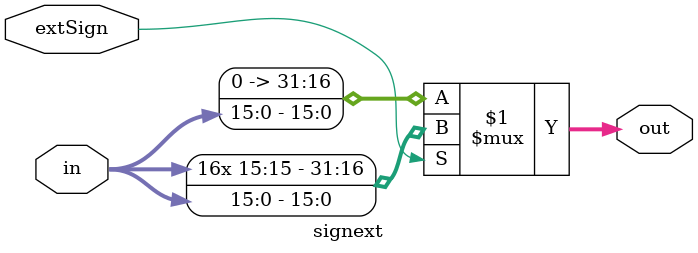
<source format=v>
`timescale 1ns / 1ps


module signext(
    input [15:0] in,
    input extSign,
    output [31:0] out
    );
    
    assign out = extSign ? {{16{in[15]}}, in} : { 16'h0000, in};
    
endmodule

</source>
